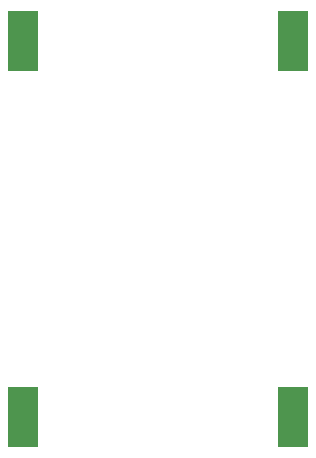
<source format=gbp>
G04 #@! TF.GenerationSoftware,KiCad,Pcbnew,(5.1.0)-1*
G04 #@! TF.CreationDate,2019-03-26T08:32:57+01:00*
G04 #@! TF.ProjectId,node,6e6f6465-2e6b-4696-9361-645f70636258,rev?*
G04 #@! TF.SameCoordinates,Original*
G04 #@! TF.FileFunction,Paste,Bot*
G04 #@! TF.FilePolarity,Positive*
%FSLAX46Y46*%
G04 Gerber Fmt 4.6, Leading zero omitted, Abs format (unit mm)*
G04 Created by KiCad (PCBNEW (5.1.0)-1) date 2019-03-26 08:32:57*
%MOMM*%
%LPD*%
G04 APERTURE LIST*
%ADD10R,2.540000X5.080000*%
G04 APERTURE END LIST*
D10*
X158366500Y-66594900D03*
X135506500Y-66594900D03*
X135430300Y-98475200D03*
X158290300Y-98475200D03*
M02*

</source>
